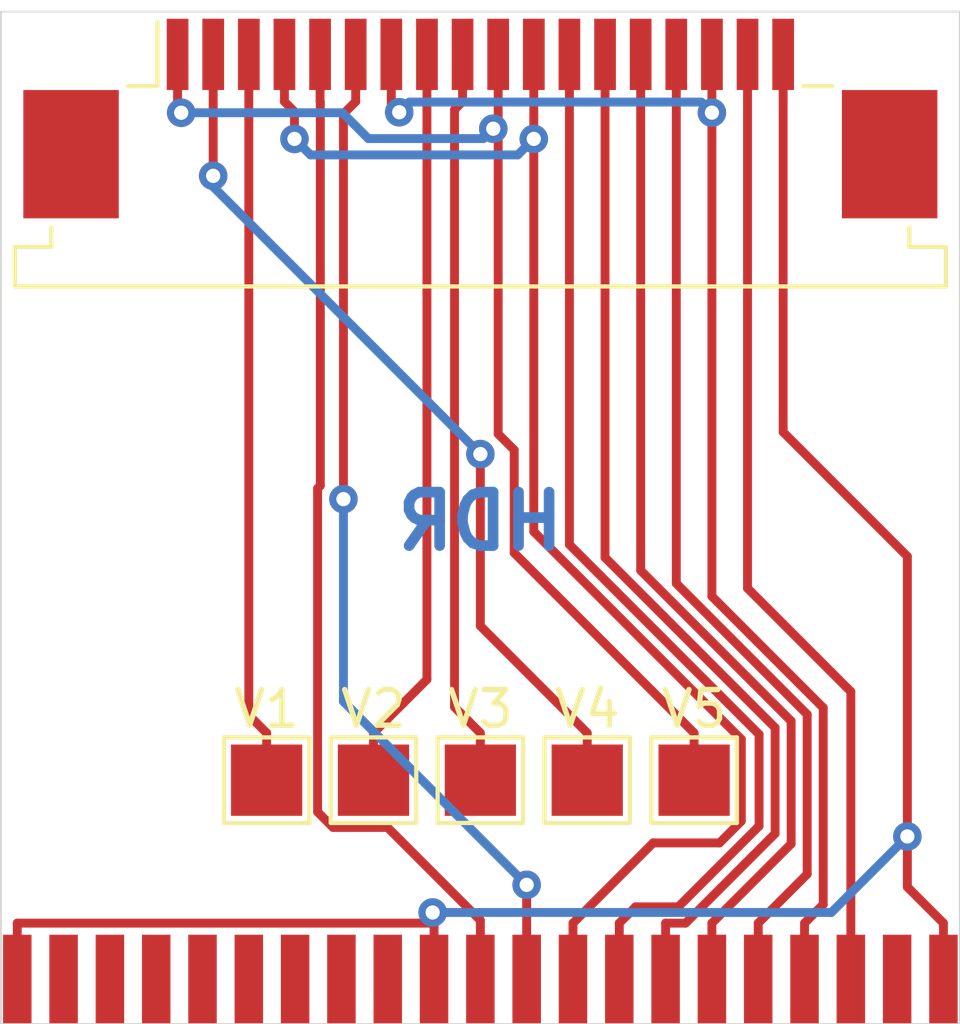
<source format=kicad_pcb>
(kicad_pcb (version 20171130) (host pcbnew "(5.1.2)-2")

  (general
    (thickness 0.16)
    (drawings 8)
    (tracks 124)
    (zones 0)
    (modules 7)
    (nets 25)
  )

  (page A4)
  (layers
    (0 F.Cu signal)
    (31 B.Cu signal)
    (32 B.Adhes user)
    (33 F.Adhes user)
    (34 B.Paste user)
    (35 F.Paste user)
    (36 B.SilkS user)
    (37 F.SilkS user)
    (38 B.Mask user)
    (39 F.Mask user)
    (40 Dwgs.User user)
    (41 Cmts.User user)
    (42 Eco1.User user)
    (43 Eco2.User user)
    (44 Edge.Cuts user)
    (45 Margin user)
    (46 B.CrtYd user)
    (47 F.CrtYd user)
    (48 B.Fab user)
    (49 F.Fab user)
  )

  (setup
    (last_trace_width 0.25)
    (trace_clearance 0.2)
    (zone_clearance 0.508)
    (zone_45_only no)
    (trace_min 0.2)
    (via_size 0.8)
    (via_drill 0.4)
    (via_min_size 0.4)
    (via_min_drill 0.3)
    (uvia_size 0.3)
    (uvia_drill 0.1)
    (uvias_allowed no)
    (uvia_min_size 0.2)
    (uvia_min_drill 0.1)
    (edge_width 0.05)
    (segment_width 0.2)
    (pcb_text_width 0.3)
    (pcb_text_size 1.5 1.5)
    (mod_edge_width 0.12)
    (mod_text_size 1 1)
    (mod_text_width 0.15)
    (pad_size 2 2)
    (pad_drill 0)
    (pad_to_mask_clearance 0.051)
    (solder_mask_min_width 0.25)
    (aux_axis_origin 0 0)
    (visible_elements FFFFFF7F)
    (pcbplotparams
      (layerselection 0x010fc_ffffffff)
      (usegerberextensions false)
      (usegerberattributes false)
      (usegerberadvancedattributes false)
      (creategerberjobfile false)
      (excludeedgelayer true)
      (linewidth 0.100000)
      (plotframeref false)
      (viasonmask false)
      (mode 1)
      (useauxorigin false)
      (hpglpennumber 1)
      (hpglpenspeed 20)
      (hpglpendiameter 15.000000)
      (psnegative false)
      (psa4output false)
      (plotreference true)
      (plotvalue true)
      (plotinvisibletext false)
      (padsonsilk false)
      (subtractmaskfromsilk false)
      (outputformat 1)
      (mirror false)
      (drillshape 1)
      (scaleselection 1)
      (outputdirectory ""))
  )

  (net 0 "")
  (net 1 ASign)
  (net 2 "Net-(J1-Pad6)")
  (net 3 "Net-(J1-Pad5)")
  (net 4 "Net-(J1-Pad4)")
  (net 5 Control)
  (net 6 HSync)
  (net 7 Data0)
  (net 8 DLatch)
  (net 9 Data1)
  (net 10 Clock)
  (net 11 VSync)
  (net 12 +5V)
  (net 13 GND)
  (net 14 "Net-(J1-Pad9)")
  (net 15 "Net-(J1-Pad8)")
  (net 16 "Net-(J1-Pad7)")
  (net 17 "Net-(J1-Pad20)")
  (net 18 "Net-(J1-Pad3)")
  (net 19 "Net-(J1-Pad2)")
  (net 20 V5)
  (net 21 V4)
  (net 22 V1)
  (net 23 V2)
  (net 24 V3)

  (net_class Default "This is the default net class."
    (clearance 0.2)
    (trace_width 0.25)
    (via_dia 0.8)
    (via_drill 0.4)
    (uvia_dia 0.3)
    (uvia_drill 0.1)
    (add_net +5V)
    (add_net ASign)
    (add_net Clock)
    (add_net Control)
    (add_net DLatch)
    (add_net Data0)
    (add_net Data1)
    (add_net GND)
    (add_net HSync)
    (add_net "Net-(J1-Pad2)")
    (add_net "Net-(J1-Pad20)")
    (add_net "Net-(J1-Pad3)")
    (add_net "Net-(J1-Pad4)")
    (add_net "Net-(J1-Pad5)")
    (add_net "Net-(J1-Pad6)")
    (add_net "Net-(J1-Pad7)")
    (add_net "Net-(J1-Pad8)")
    (add_net "Net-(J1-Pad9)")
    (add_net V1)
    (add_net V2)
    (add_net V3)
    (add_net V4)
    (add_net V5)
    (add_net VSync)
  )

  (module Custom:DMG-FPC (layer F.Cu) (tedit 5E0A707B) (tstamp 5E0AD47F)
    (at 140 72.9334)
    (path /5E0B0200)
    (fp_text reference J1 (at 0.09144 3.9751) (layer F.SilkS) hide
      (effects (font (size 1 1) (thickness 0.15)))
    )
    (fp_text value "DMG Ribbon" (at 0.00762 -2.9591) (layer F.Fab)
      (effects (font (size 1 1) (thickness 0.15)))
    )
    (pad 1 smd rect (at -13 0) (size 0.8 2.5) (layers F.Cu F.Paste F.Mask)
      (net 13 GND))
    (pad 2 smd rect (at -11.7 0) (size 0.8 2.5) (layers F.Cu F.Paste F.Mask)
      (net 19 "Net-(J1-Pad2)"))
    (pad 3 smd rect (at -10.4 0) (size 0.8 2.5) (layers F.Cu F.Paste F.Mask)
      (net 18 "Net-(J1-Pad3)"))
    (pad 21 smd rect (at 13 0) (size 0.8 2.5) (layers F.Cu F.Paste F.Mask)
      (net 13 GND))
    (pad 20 smd rect (at 11.7 0) (size 0.8 2.5) (layers F.Cu F.Paste F.Mask)
      (net 17 "Net-(J1-Pad20)"))
    (pad 7 smd rect (at -5.2 0) (size 0.8 2.5) (layers F.Cu F.Paste F.Mask)
      (net 16 "Net-(J1-Pad7)"))
    (pad 8 smd rect (at -3.9 0) (size 0.8 2.5) (layers F.Cu F.Paste F.Mask)
      (net 15 "Net-(J1-Pad8)"))
    (pad 9 smd rect (at -2.6 0) (size 0.8 2.5) (layers F.Cu F.Paste F.Mask)
      (net 14 "Net-(J1-Pad9)"))
    (pad 10 smd rect (at -1.3 0) (size 0.8 2.5) (layers F.Cu F.Paste F.Mask)
      (net 13 GND))
    (pad 11 smd rect (at 0 0) (size 0.8 2.5) (layers F.Cu F.Paste F.Mask)
      (net 12 +5V))
    (pad 13 smd rect (at 2.6 0) (size 0.8 2.5) (layers F.Cu F.Paste F.Mask)
      (net 1 ASign))
    (pad 12 smd rect (at 1.3 0) (size 0.8 2.5) (layers F.Cu F.Paste F.Mask)
      (net 11 VSync))
    (pad 14 smd rect (at 3.9 0) (size 0.8 2.5) (layers F.Cu F.Paste F.Mask)
      (net 10 Clock))
    (pad 15 smd rect (at 5.2 0) (size 0.8 2.5) (layers F.Cu F.Paste F.Mask)
      (net 9 Data1))
    (pad 18 smd rect (at 9.1 0) (size 0.8 2.5) (layers F.Cu F.Paste F.Mask)
      (net 8 DLatch))
    (pad 16 smd rect (at 6.5 0) (size 0.8 2.5) (layers F.Cu F.Paste F.Mask)
      (net 7 Data0))
    (pad 17 smd rect (at 7.8 0) (size 0.8 2.5) (layers F.Cu F.Paste F.Mask)
      (net 6 HSync))
    (pad 19 smd rect (at 10.4 0) (size 0.8 2.5) (layers F.Cu F.Paste F.Mask)
      (net 5 Control))
    (pad 4 smd rect (at -9.1 0) (size 0.8 2.5) (layers F.Cu F.Paste F.Mask)
      (net 4 "Net-(J1-Pad4)"))
    (pad 5 smd rect (at -7.8 0) (size 0.8 2.5) (layers F.Cu F.Paste F.Mask)
      (net 3 "Net-(J1-Pad5)"))
    (pad 6 smd rect (at -6.5 0) (size 0.8 2.5) (layers F.Cu F.Paste F.Mask)
      (net 2 "Net-(J1-Pad6)"))
  )

  (module TestPoint:TestPoint_Pad_2.0x2.0mm (layer F.Cu) (tedit 5A0F774F) (tstamp 5E0AD9F5)
    (at 134 67.3481)
    (descr "SMD rectangular pad as test Point, square 2.0mm side length")
    (tags "test point SMD pad rectangle square")
    (path /5E0BD0A0)
    (attr virtual)
    (fp_text reference V1 (at 0 -1.998) (layer F.SilkS)
      (effects (font (size 1 1) (thickness 0.15)))
    )
    (fp_text value TestPoint (at 0 2.05) (layer F.Fab)
      (effects (font (size 1 1) (thickness 0.15)))
    )
    (fp_text user %R (at 0 -2) (layer F.Fab)
      (effects (font (size 1 1) (thickness 0.15)))
    )
    (fp_line (start -1.2 -1.2) (end 1.2 -1.2) (layer F.SilkS) (width 0.12))
    (fp_line (start 1.2 -1.2) (end 1.2 1.2) (layer F.SilkS) (width 0.12))
    (fp_line (start 1.2 1.2) (end -1.2 1.2) (layer F.SilkS) (width 0.12))
    (fp_line (start -1.2 1.2) (end -1.2 -1.2) (layer F.SilkS) (width 0.12))
    (fp_line (start -1.5 -1.5) (end 1.5 -1.5) (layer F.CrtYd) (width 0.05))
    (fp_line (start -1.5 -1.5) (end -1.5 1.5) (layer F.CrtYd) (width 0.05))
    (fp_line (start 1.5 1.5) (end 1.5 -1.5) (layer F.CrtYd) (width 0.05))
    (fp_line (start 1.5 1.5) (end -1.5 1.5) (layer F.CrtYd) (width 0.05))
    (pad 1 smd rect (at 0 0) (size 2 2) (layers F.Cu F.Mask)
      (net 22 V1))
  )

  (module TestPoint:TestPoint_Pad_2.0x2.0mm (layer F.Cu) (tedit 5A0F774F) (tstamp 5E0ADA02)
    (at 137 67.3481)
    (descr "SMD rectangular pad as test Point, square 2.0mm side length")
    (tags "test point SMD pad rectangle square")
    (path /5E0BBE52)
    (attr virtual)
    (fp_text reference V2 (at 0 -1.998) (layer F.SilkS)
      (effects (font (size 1 1) (thickness 0.15)))
    )
    (fp_text value TestPoint (at 0 2.05) (layer F.Fab)
      (effects (font (size 1 1) (thickness 0.15)))
    )
    (fp_text user %R (at 0 -2) (layer F.Fab)
      (effects (font (size 1 1) (thickness 0.15)))
    )
    (fp_line (start -1.2 -1.2) (end 1.2 -1.2) (layer F.SilkS) (width 0.12))
    (fp_line (start 1.2 -1.2) (end 1.2 1.2) (layer F.SilkS) (width 0.12))
    (fp_line (start 1.2 1.2) (end -1.2 1.2) (layer F.SilkS) (width 0.12))
    (fp_line (start -1.2 1.2) (end -1.2 -1.2) (layer F.SilkS) (width 0.12))
    (fp_line (start -1.5 -1.5) (end 1.5 -1.5) (layer F.CrtYd) (width 0.05))
    (fp_line (start -1.5 -1.5) (end -1.5 1.5) (layer F.CrtYd) (width 0.05))
    (fp_line (start 1.5 1.5) (end 1.5 -1.5) (layer F.CrtYd) (width 0.05))
    (fp_line (start 1.5 1.5) (end -1.5 1.5) (layer F.CrtYd) (width 0.05))
    (pad 1 smd rect (at 0 0) (size 2 2) (layers F.Cu F.Mask)
      (net 23 V2))
  )

  (module TestPoint:TestPoint_Pad_2.0x2.0mm (layer F.Cu) (tedit 5A0F774F) (tstamp 5E0ADA0F)
    (at 140 67.3481)
    (descr "SMD rectangular pad as test Point, square 2.0mm side length")
    (tags "test point SMD pad rectangle square")
    (path /5E0BC1DA)
    (attr virtual)
    (fp_text reference V3 (at 0 -1.998) (layer F.SilkS)
      (effects (font (size 1 1) (thickness 0.15)))
    )
    (fp_text value TestPoint (at 0 2.05) (layer F.Fab)
      (effects (font (size 1 1) (thickness 0.15)))
    )
    (fp_line (start 1.5 1.5) (end -1.5 1.5) (layer F.CrtYd) (width 0.05))
    (fp_line (start 1.5 1.5) (end 1.5 -1.5) (layer F.CrtYd) (width 0.05))
    (fp_line (start -1.5 -1.5) (end -1.5 1.5) (layer F.CrtYd) (width 0.05))
    (fp_line (start -1.5 -1.5) (end 1.5 -1.5) (layer F.CrtYd) (width 0.05))
    (fp_line (start -1.2 1.2) (end -1.2 -1.2) (layer F.SilkS) (width 0.12))
    (fp_line (start 1.2 1.2) (end -1.2 1.2) (layer F.SilkS) (width 0.12))
    (fp_line (start 1.2 -1.2) (end 1.2 1.2) (layer F.SilkS) (width 0.12))
    (fp_line (start -1.2 -1.2) (end 1.2 -1.2) (layer F.SilkS) (width 0.12))
    (fp_text user %R (at 0 -2) (layer F.Fab)
      (effects (font (size 1 1) (thickness 0.15)))
    )
    (pad 1 smd rect (at 0 0) (size 2 2) (layers F.Cu F.Mask)
      (net 24 V3))
  )

  (module TestPoint:TestPoint_Pad_2.0x2.0mm (layer F.Cu) (tedit 5A0F774F) (tstamp 5E0ADA1C)
    (at 143 67.3481)
    (descr "SMD rectangular pad as test Point, square 2.0mm side length")
    (tags "test point SMD pad rectangle square")
    (path /5E0BE435)
    (attr virtual)
    (fp_text reference V4 (at 0 -1.998) (layer F.SilkS)
      (effects (font (size 1 1) (thickness 0.15)))
    )
    (fp_text value TestPoint (at 0 2.05) (layer F.Fab)
      (effects (font (size 1 1) (thickness 0.15)))
    )
    (fp_line (start 1.5 1.5) (end -1.5 1.5) (layer F.CrtYd) (width 0.05))
    (fp_line (start 1.5 1.5) (end 1.5 -1.5) (layer F.CrtYd) (width 0.05))
    (fp_line (start -1.5 -1.5) (end -1.5 1.5) (layer F.CrtYd) (width 0.05))
    (fp_line (start -1.5 -1.5) (end 1.5 -1.5) (layer F.CrtYd) (width 0.05))
    (fp_line (start -1.2 1.2) (end -1.2 -1.2) (layer F.SilkS) (width 0.12))
    (fp_line (start 1.2 1.2) (end -1.2 1.2) (layer F.SilkS) (width 0.12))
    (fp_line (start 1.2 -1.2) (end 1.2 1.2) (layer F.SilkS) (width 0.12))
    (fp_line (start -1.2 -1.2) (end 1.2 -1.2) (layer F.SilkS) (width 0.12))
    (fp_text user %R (at 0 -2) (layer F.Fab)
      (effects (font (size 1 1) (thickness 0.15)))
    )
    (pad 1 smd rect (at 0 0) (size 2 2) (layers F.Cu F.Mask)
      (net 21 V4))
  )

  (module TestPoint:TestPoint_Pad_2.0x2.0mm (layer F.Cu) (tedit 5A0F774F) (tstamp 5E0ADA29)
    (at 146 67.3481)
    (descr "SMD rectangular pad as test Point, square 2.0mm side length")
    (tags "test point SMD pad rectangle square")
    (path /5E0BEA29)
    (attr virtual)
    (fp_text reference V5 (at 0 -1.998) (layer F.SilkS)
      (effects (font (size 1 1) (thickness 0.15)))
    )
    (fp_text value TestPoint (at 0 2.05) (layer F.Fab)
      (effects (font (size 1 1) (thickness 0.15)))
    )
    (fp_text user %R (at 0 -2) (layer F.Fab)
      (effects (font (size 1 1) (thickness 0.15)))
    )
    (fp_line (start -1.2 -1.2) (end 1.2 -1.2) (layer F.SilkS) (width 0.12))
    (fp_line (start 1.2 -1.2) (end 1.2 1.2) (layer F.SilkS) (width 0.12))
    (fp_line (start 1.2 1.2) (end -1.2 1.2) (layer F.SilkS) (width 0.12))
    (fp_line (start -1.2 1.2) (end -1.2 -1.2) (layer F.SilkS) (width 0.12))
    (fp_line (start -1.5 -1.5) (end 1.5 -1.5) (layer F.CrtYd) (width 0.05))
    (fp_line (start -1.5 -1.5) (end -1.5 1.5) (layer F.CrtYd) (width 0.05))
    (fp_line (start 1.5 1.5) (end 1.5 -1.5) (layer F.CrtYd) (width 0.05))
    (fp_line (start 1.5 1.5) (end -1.5 1.5) (layer F.CrtYd) (width 0.05))
    (pad 1 smd rect (at 0 0) (size 2 2) (layers F.Cu F.Mask)
      (net 20 V5))
  )

  (module Connector_FFC-FPC:TE_1-84953-8_1x18-1MP_P1.0mm_Horizontal (layer F.Cu) (tedit 5AEE14E3) (tstamp 5E0B180F)
    (at 140 48.7868)
    (descr "TE FPC connector, 18 top-side contacts, 1.0mm pitch, 1.0mm height, SMT, http://www.te.com/commerce/DocumentDelivery/DDEController?Action=srchrtrv&DocNm=84953&DocType=Customer+Drawing&DocLang=English&DocFormat=pdf&PartCntxt=84953-4")
    (tags "te fpc 84953")
    (path /5E0DC299)
    (attr smd)
    (fp_text reference J2 (at 0 1) (layer F.SilkS) hide
      (effects (font (size 1 1) (thickness 0.15)))
    )
    (fp_text value "MGB FPC" (at 0 7.7) (layer F.Fab)
      (effects (font (size 1 1) (thickness 0.15)))
    )
    (fp_line (start -11.935 -0.8) (end 11.935 -0.8) (layer F.Fab) (width 0.1))
    (fp_line (start 11.935 -0.8) (end 11.935 3.71) (layer F.Fab) (width 0.1))
    (fp_line (start 11.935 3.71) (end 12.96 3.71) (layer F.Fab) (width 0.1))
    (fp_line (start 12.96 3.71) (end 12.96 4.6) (layer F.Fab) (width 0.1))
    (fp_line (start 12.96 4.6) (end -12.96 4.6) (layer F.Fab) (width 0.1))
    (fp_line (start -12.96 4.6) (end -12.96 3.71) (layer F.Fab) (width 0.1))
    (fp_line (start -12.96 3.71) (end -11.935 3.71) (layer F.Fab) (width 0.1))
    (fp_line (start -11.935 3.71) (end -11.935 -0.8) (layer F.Fab) (width 0.1))
    (fp_line (start -9 -0.8) (end -8.5 0.2) (layer F.Fab) (width 0.1))
    (fp_line (start -8.5 0.2) (end -8 -0.8) (layer F.Fab) (width 0.1))
    (fp_line (start 11.935 4.6) (end 11.935 5.61) (layer F.Fab) (width 0.1))
    (fp_line (start 11.935 5.61) (end 12.96 5.61) (layer F.Fab) (width 0.1))
    (fp_line (start 12.96 5.61) (end 12.96 6.5) (layer F.Fab) (width 0.1))
    (fp_line (start 12.96 6.5) (end -12.96 6.5) (layer F.Fab) (width 0.1))
    (fp_line (start -12.96 6.5) (end -12.96 5.61) (layer F.Fab) (width 0.1))
    (fp_line (start -12.96 5.61) (end -11.935 5.61) (layer F.Fab) (width 0.1))
    (fp_line (start -11.935 5.61) (end -11.935 4.6) (layer F.Fab) (width 0.1))
    (fp_line (start 12.045 3.06) (end 12.045 3.6) (layer F.SilkS) (width 0.12))
    (fp_line (start 12.045 3.6) (end 13.07 3.6) (layer F.SilkS) (width 0.12))
    (fp_line (start 13.07 3.6) (end 13.07 4.71) (layer F.SilkS) (width 0.12))
    (fp_line (start 13.07 4.71) (end -13.07 4.71) (layer F.SilkS) (width 0.12))
    (fp_line (start -13.07 4.71) (end -13.07 3.6) (layer F.SilkS) (width 0.12))
    (fp_line (start -13.07 3.6) (end -12.045 3.6) (layer F.SilkS) (width 0.12))
    (fp_line (start -12.045 3.6) (end -12.045 3.06) (layer F.SilkS) (width 0.12))
    (fp_line (start -9.89 -0.91) (end -9.065 -0.91) (layer F.SilkS) (width 0.12))
    (fp_line (start -9.065 -0.91) (end -9.065 -2.71) (layer F.SilkS) (width 0.12))
    (fp_line (start 9.065 -0.91) (end 9.89 -0.91) (layer F.SilkS) (width 0.12))
    (fp_line (start -13.46 -3.3) (end -13.46 7) (layer F.CrtYd) (width 0.05))
    (fp_line (start -13.46 7) (end 13.46 7) (layer F.CrtYd) (width 0.05))
    (fp_line (start 13.46 7) (end 13.46 -3.3) (layer F.CrtYd) (width 0.05))
    (fp_line (start 13.46 -3.3) (end -13.46 -3.3) (layer F.CrtYd) (width 0.05))
    (fp_text user %R (at 0 1.9) (layer F.Fab)
      (effects (font (size 1 1) (thickness 0.15)))
    )
    (pad 1 smd rect (at -8.5 -1.8) (size 0.61 2) (layers F.Cu F.Paste F.Mask)
      (net 20 V5))
    (pad 2 smd rect (at -7.5 -1.8) (size 0.61 2) (layers F.Cu F.Paste F.Mask)
      (net 21 V4))
    (pad 3 smd rect (at -6.5 -1.8) (size 0.61 2) (layers F.Cu F.Paste F.Mask)
      (net 22 V1))
    (pad 4 smd rect (at -5.5 -1.8) (size 0.61 2) (layers F.Cu F.Paste F.Mask)
      (net 1 ASign))
    (pad 5 smd rect (at -4.5 -1.8) (size 0.61 2) (layers F.Cu F.Paste F.Mask)
      (net 12 +5V))
    (pad 6 smd rect (at -3.5 -1.8) (size 0.61 2) (layers F.Cu F.Paste F.Mask)
      (net 11 VSync))
    (pad 7 smd rect (at -2.5 -1.8) (size 0.61 2) (layers F.Cu F.Paste F.Mask)
      (net 8 DLatch))
    (pad 8 smd rect (at -1.5 -1.8) (size 0.61 2) (layers F.Cu F.Paste F.Mask)
      (net 23 V2))
    (pad 9 smd rect (at -0.5 -1.8) (size 0.61 2) (layers F.Cu F.Paste F.Mask)
      (net 24 V3))
    (pad 10 smd rect (at 0.5 -1.8) (size 0.61 2) (layers F.Cu F.Paste F.Mask)
      (net 20 V5))
    (pad 11 smd rect (at 1.5 -1.8) (size 0.61 2) (layers F.Cu F.Paste F.Mask)
      (net 1 ASign))
    (pad 12 smd rect (at 2.5 -1.8) (size 0.61 2) (layers F.Cu F.Paste F.Mask)
      (net 10 Clock))
    (pad 13 smd rect (at 3.5 -1.8) (size 0.61 2) (layers F.Cu F.Paste F.Mask)
      (net 9 Data1))
    (pad 14 smd rect (at 4.5 -1.8) (size 0.61 2) (layers F.Cu F.Paste F.Mask)
      (net 7 Data0))
    (pad 15 smd rect (at 5.5 -1.8) (size 0.61 2) (layers F.Cu F.Paste F.Mask)
      (net 6 HSync))
    (pad 16 smd rect (at 6.5 -1.8) (size 0.61 2) (layers F.Cu F.Paste F.Mask)
      (net 8 DLatch))
    (pad 17 smd rect (at 7.5 -1.8) (size 0.61 2) (layers F.Cu F.Paste F.Mask)
      (net 5 Control))
    (pad 18 smd rect (at 8.5 -1.8) (size 0.61 2) (layers F.Cu F.Paste F.Mask)
      (net 13 GND))
    (pad MP smd rect (at -11.49 1) (size 2.68 3.6) (layers F.Cu F.Paste F.Mask))
    (pad MP smd rect (at 11.49 1) (size 2.68 3.6) (layers F.Cu F.Paste F.Mask))
    (model ${KISYS3DMOD}/Connector_FFC-FPC.3dshapes/TE_1-84953-8_1x18-1MP_P1.0mm_Horizontal.wrl
      (at (xyz 0 0 0))
      (scale (xyz 1 1 1))
      (rotate (xyz 0 0 0))
    )
  )

  (gr_text HDR (at 140 60.08878) (layer B.Mask) (tstamp 5E0B2D1C)
    (effects (font (size 1.5 1.5) (thickness 0.3)) (justify mirror))
  )
  (gr_text HDR (at 140 60.08878) (layer B.Cu)
    (effects (font (size 1.5 1.5) (thickness 0.3)) (justify mirror))
  )
  (gr_line (start 126.54026 74.18928) (end 126.54026 53.34736) (layer Edge.Cuts) (width 0.05) (tstamp 5E0B1917))
  (gr_line (start 126.54026 45.78746) (end 126.54026 53.34736) (layer Edge.Cuts) (width 0.05) (tstamp 5E0B1910))
  (gr_line (start 153.45918 74.18928) (end 153.45918 53.34736) (layer Edge.Cuts) (width 0.05))
  (gr_line (start 153.45918 74.18928) (end 126.54026 74.18928) (layer Edge.Cuts) (width 0.05))
  (gr_line (start 153.45918 45.78746) (end 153.45918 53.34736) (layer Edge.Cuts) (width 0.05))
  (gr_line (start 126.54026 45.78746) (end 153.45918 45.78746) (layer Edge.Cuts) (width 0.05))

  (segment (start 142.6 71.3581) (end 144.8503 69.1078) (width 0.25) (layer F.Cu) (net 1))
  (segment (start 144.8503 69.1078) (end 144.8503 69.1077) (width 0.25) (layer F.Cu) (net 1))
  (segment (start 144.8503 69.1077) (end 146.7138 69.1077) (width 0.25) (layer F.Cu) (net 1))
  (segment (start 146.7138 69.1077) (end 147.3254 68.4961) (width 0.25) (layer F.Cu) (net 1))
  (segment (start 147.3254 68.4961) (end 147.3254 66.2009) (width 0.25) (layer F.Cu) (net 1))
  (segment (start 147.3254 66.2009) (end 141.5 60.3755) (width 0.25) (layer F.Cu) (net 1))
  (segment (start 141.5 60.3755) (end 141.5 49.3582) (width 0.25) (layer F.Cu) (net 1))
  (segment (start 134.7817 49.3582) (end 135.2306 49.8071) (width 0.25) (layer B.Cu) (net 1))
  (segment (start 135.2306 49.8071) (end 141.0511 49.8071) (width 0.25) (layer B.Cu) (net 1))
  (segment (start 141.0511 49.8071) (end 141.5 49.3582) (width 0.25) (layer B.Cu) (net 1))
  (segment (start 141.5 46.9868) (end 141.5 49.3582) (width 0.25) (layer F.Cu) (net 1))
  (segment (start 134.5 46.9868) (end 134.5 48.3121) (width 0.25) (layer F.Cu) (net 1))
  (segment (start 134.5 48.3121) (end 134.7817 48.5938) (width 0.25) (layer F.Cu) (net 1))
  (segment (start 134.7817 48.5938) (end 134.7817 49.3582) (width 0.25) (layer F.Cu) (net 1))
  (segment (start 142.6 72.9334) (end 142.6 71.3581) (width 0.25) (layer F.Cu) (net 1))
  (via (at 141.5 49.3582) (size 0.8) (layers F.Cu B.Cu) (net 1))
  (via (at 134.7817 49.3582) (size 0.8) (layers F.Cu B.Cu) (net 1))
  (segment (start 147.5 46.9868) (end 147.5 61.9635) (width 0.25) (layer F.Cu) (net 5))
  (segment (start 147.5 61.9635) (end 150.4 64.8635) (width 0.25) (layer F.Cu) (net 5))
  (segment (start 150.4 64.8635) (end 150.4 72.9334) (width 0.25) (layer F.Cu) (net 5))
  (segment (start 147.8 71.3581) (end 149.1744 69.9837) (width 0.25) (layer F.Cu) (net 6))
  (segment (start 149.1744 69.9837) (end 149.1744 65.5023) (width 0.25) (layer F.Cu) (net 6))
  (segment (start 149.1744 65.5023) (end 145.5 61.8279) (width 0.25) (layer F.Cu) (net 6))
  (segment (start 145.5 61.8279) (end 145.5 46.9868) (width 0.25) (layer F.Cu) (net 6))
  (segment (start 147.8 72.9334) (end 147.8 71.3581) (width 0.25) (layer F.Cu) (net 6))
  (segment (start 146.5 72.9334) (end 146.5 71.3581) (width 0.25) (layer F.Cu) (net 7))
  (segment (start 146.5 71.3581) (end 148.7241 69.134) (width 0.25) (layer F.Cu) (net 7))
  (segment (start 148.7241 69.134) (end 148.7241 65.6889) (width 0.25) (layer F.Cu) (net 7))
  (segment (start 148.7241 65.6889) (end 144.5 61.4648) (width 0.25) (layer F.Cu) (net 7))
  (segment (start 144.5 61.4648) (end 144.5 46.9868) (width 0.25) (layer F.Cu) (net 7))
  (segment (start 146.5 48.6215) (end 146.5 46.9868) (width 0.25) (layer F.Cu) (net 8))
  (segment (start 149.1 71.3581) (end 149.6247 70.8334) (width 0.25) (layer F.Cu) (net 8))
  (segment (start 149.6247 70.8334) (end 149.6247 65.3157) (width 0.25) (layer F.Cu) (net 8))
  (segment (start 149.6247 65.3157) (end 146.5 62.191) (width 0.25) (layer F.Cu) (net 8))
  (segment (start 146.5 62.191) (end 146.5 48.6215) (width 0.25) (layer F.Cu) (net 8))
  (segment (start 146.5 48.6215) (end 146.2034 48.3249) (width 0.25) (layer B.Cu) (net 8))
  (segment (start 146.2034 48.3249) (end 138.0076 48.3249) (width 0.25) (layer B.Cu) (net 8))
  (segment (start 138.0076 48.3249) (end 137.7221 48.6104) (width 0.25) (layer B.Cu) (net 8))
  (segment (start 137.5 46.9868) (end 137.5 48.3883) (width 0.25) (layer F.Cu) (net 8))
  (segment (start 137.5 48.3883) (end 137.7221 48.6104) (width 0.25) (layer F.Cu) (net 8))
  (segment (start 149.1 72.9334) (end 149.1 71.3581) (width 0.25) (layer F.Cu) (net 8))
  (via (at 137.7221 48.6104) (size 0.8) (layers F.Cu B.Cu) (net 8))
  (via (at 146.5 48.6215) (size 0.8) (layers F.Cu B.Cu) (net 8))
  (segment (start 145.2 71.3581) (end 145.7615 71.3581) (width 0.25) (layer F.Cu) (net 9))
  (segment (start 145.7615 71.3581) (end 148.2738 68.8458) (width 0.25) (layer F.Cu) (net 9))
  (segment (start 148.2738 68.8458) (end 148.2738 65.8755) (width 0.25) (layer F.Cu) (net 9))
  (segment (start 148.2738 65.8755) (end 143.5 61.1017) (width 0.25) (layer F.Cu) (net 9))
  (segment (start 143.5 61.1017) (end 143.5 48.3121) (width 0.25) (layer F.Cu) (net 9))
  (segment (start 143.5 46.9868) (end 143.5 48.3121) (width 0.25) (layer F.Cu) (net 9))
  (segment (start 145.2 72.9334) (end 145.2 71.3581) (width 0.25) (layer F.Cu) (net 9))
  (segment (start 143.9 72.9334) (end 143.9 71.3581) (width 0.25) (layer F.Cu) (net 10))
  (segment (start 142.5 46.9868) (end 142.5 60.7386) (width 0.25) (layer F.Cu) (net 10))
  (segment (start 142.5 60.7386) (end 147.8234 66.062) (width 0.25) (layer F.Cu) (net 10))
  (segment (start 147.8234 66.062) (end 147.8234 68.635) (width 0.25) (layer F.Cu) (net 10))
  (segment (start 147.8234 68.635) (end 145.5577 70.9007) (width 0.25) (layer F.Cu) (net 10))
  (segment (start 145.5577 70.9007) (end 144.3574 70.9007) (width 0.25) (layer F.Cu) (net 10))
  (segment (start 144.3574 70.9007) (end 143.9 71.3581) (width 0.25) (layer F.Cu) (net 10))
  (segment (start 141.3 72.9334) (end 141.3 70.2844) (width 0.25) (layer F.Cu) (net 11))
  (segment (start 136.1566 59.4635) (end 136.1566 65.141) (width 0.25) (layer B.Cu) (net 11))
  (segment (start 136.1566 65.141) (end 141.3 70.2844) (width 0.25) (layer B.Cu) (net 11))
  (segment (start 136.5 46.9868) (end 136.5 48.3121) (width 0.25) (layer F.Cu) (net 11))
  (segment (start 136.5 48.3121) (end 136.1566 48.6555) (width 0.25) (layer F.Cu) (net 11))
  (segment (start 136.1566 48.6555) (end 136.1566 59.4635) (width 0.25) (layer F.Cu) (net 11))
  (via (at 141.3 70.2844) (size 0.8) (layers F.Cu B.Cu) (net 11))
  (via (at 136.1566 59.4635) (size 0.8) (layers F.Cu B.Cu) (net 11))
  (segment (start 135.5 48.3121) (end 135.507 48.3191) (width 0.25) (layer F.Cu) (net 12))
  (segment (start 135.507 48.3191) (end 135.507 59.0874) (width 0.25) (layer F.Cu) (net 12))
  (segment (start 135.507 59.0874) (end 135.4313 59.1631) (width 0.25) (layer F.Cu) (net 12))
  (segment (start 135.4313 59.1631) (end 135.4313 68.2395) (width 0.25) (layer F.Cu) (net 12))
  (segment (start 135.4313 68.2395) (end 135.8652 68.6734) (width 0.25) (layer F.Cu) (net 12))
  (segment (start 135.8652 68.6734) (end 137.3938 68.6734) (width 0.25) (layer F.Cu) (net 12))
  (segment (start 137.3938 68.6734) (end 140 71.2796) (width 0.25) (layer F.Cu) (net 12))
  (segment (start 140 71.2796) (end 140 72.9334) (width 0.25) (layer F.Cu) (net 12))
  (segment (start 135.5 46.9868) (end 135.5 48.3121) (width 0.25) (layer F.Cu) (net 12))
  (segment (start 151.987 68.9263) (end 151.987 61.0693) (width 0.25) (layer F.Cu) (net 13))
  (segment (start 151.987 61.0693) (end 148.5 57.5823) (width 0.25) (layer F.Cu) (net 13))
  (segment (start 148.5 57.5823) (end 148.5 48.3121) (width 0.25) (layer F.Cu) (net 13))
  (segment (start 148.5 46.9868) (end 148.5 48.3121) (width 0.25) (layer F.Cu) (net 13))
  (segment (start 138.7 72.9334) (end 138.7 71.3581) (width 0.25) (layer F.Cu) (net 13))
  (segment (start 138.6601 71.3581) (end 138.7 71.3581) (width 0.25) (layer F.Cu) (net 13))
  (segment (start 127 71.3581) (end 138.6601 71.3581) (width 0.25) (layer F.Cu) (net 13))
  (segment (start 138.6601 71.0593) (end 138.6601 71.3581) (width 0.25) (layer F.Cu) (net 13))
  (segment (start 151.987 68.9263) (end 149.854 71.0593) (width 0.25) (layer B.Cu) (net 13))
  (segment (start 149.854 71.0593) (end 138.6601 71.0593) (width 0.25) (layer B.Cu) (net 13))
  (segment (start 151.987 68.9263) (end 151.987 70.3451) (width 0.25) (layer F.Cu) (net 13))
  (segment (start 151.987 70.3451) (end 153 71.3581) (width 0.25) (layer F.Cu) (net 13))
  (segment (start 127 72.9334) (end 127 71.3581) (width 0.25) (layer F.Cu) (net 13))
  (segment (start 153 72.9334) (end 153 71.3581) (width 0.25) (layer F.Cu) (net 13))
  (via (at 138.6601 71.0593) (size 0.8) (layers F.Cu B.Cu) (net 13))
  (via (at 151.987 68.9263) (size 0.8) (layers F.Cu B.Cu) (net 13))
  (segment (start 146 66.0228) (end 140.9503 60.9731) (width 0.25) (layer F.Cu) (net 20))
  (segment (start 140.9503 60.9731) (end 140.9503 58.0857) (width 0.25) (layer F.Cu) (net 20))
  (segment (start 140.9503 58.0857) (end 140.5 57.6354) (width 0.25) (layer F.Cu) (net 20))
  (segment (start 140.5 57.6354) (end 140.5 49.0727) (width 0.25) (layer F.Cu) (net 20))
  (segment (start 131.6016 48.6245) (end 136.1297 48.6245) (width 0.25) (layer B.Cu) (net 20))
  (segment (start 136.1297 48.6245) (end 136.8546 49.3494) (width 0.25) (layer B.Cu) (net 20))
  (segment (start 136.8546 49.3494) (end 140.0858 49.3494) (width 0.25) (layer B.Cu) (net 20))
  (segment (start 140.0858 49.3494) (end 140.3625 49.0727) (width 0.25) (layer B.Cu) (net 20))
  (segment (start 140.5 49.0727) (end 140.5 46.9868) (width 0.25) (layer F.Cu) (net 20))
  (segment (start 140.5 49.0727) (end 140.3625 49.0727) (width 0.25) (layer F.Cu) (net 20))
  (segment (start 131.5 46.9868) (end 131.5 48.5229) (width 0.25) (layer F.Cu) (net 20))
  (segment (start 131.5 48.5229) (end 131.6016 48.6245) (width 0.25) (layer F.Cu) (net 20))
  (segment (start 146 67.3481) (end 146 66.0228) (width 0.25) (layer F.Cu) (net 20))
  (via (at 131.6016 48.6245) (size 0.8) (layers F.Cu B.Cu) (net 20))
  (via (at 140.3625 49.0727) (size 0.8) (layers F.Cu B.Cu) (net 20))
  (segment (start 132.5 46.9868) (end 132.5 50.3944) (width 0.25) (layer F.Cu) (net 21))
  (segment (start 140 58.2004) (end 132.5 50.7004) (width 0.25) (layer B.Cu) (net 21))
  (segment (start 132.5 50.7004) (end 132.5 50.3944) (width 0.25) (layer B.Cu) (net 21))
  (segment (start 143 67.3481) (end 143 66.0228) (width 0.25) (layer F.Cu) (net 21))
  (segment (start 140 58.2004) (end 140 63.0228) (width 0.25) (layer F.Cu) (net 21))
  (segment (start 140 63.0228) (end 143 66.0228) (width 0.25) (layer F.Cu) (net 21))
  (via (at 140 58.2004) (size 0.8) (layers F.Cu B.Cu) (net 21))
  (via (at 132.5 50.3944) (size 0.8) (layers F.Cu B.Cu) (net 21))
  (segment (start 134 67.3481) (end 134 66.0228) (width 0.25) (layer F.Cu) (net 22))
  (segment (start 133.5 46.9868) (end 133.5 65.5228) (width 0.25) (layer F.Cu) (net 22))
  (segment (start 133.5 65.5228) (end 134 66.0228) (width 0.25) (layer F.Cu) (net 22))
  (segment (start 137 67.3481) (end 137 66.0228) (width 0.25) (layer F.Cu) (net 23))
  (segment (start 138.5 46.9868) (end 138.5 64.5228) (width 0.25) (layer F.Cu) (net 23))
  (segment (start 138.5 64.5228) (end 137 66.0228) (width 0.25) (layer F.Cu) (net 23))
  (segment (start 139.5 48.3121) (end 139.2747 48.5374) (width 0.25) (layer F.Cu) (net 24))
  (segment (start 139.2747 48.5374) (end 139.2747 65.2975) (width 0.25) (layer F.Cu) (net 24))
  (segment (start 139.2747 65.2975) (end 140 66.0228) (width 0.25) (layer F.Cu) (net 24))
  (segment (start 139.5 46.9868) (end 139.5 48.3121) (width 0.25) (layer F.Cu) (net 24))
  (segment (start 140 67.3481) (end 140 66.0228) (width 0.25) (layer F.Cu) (net 24))

)

</source>
